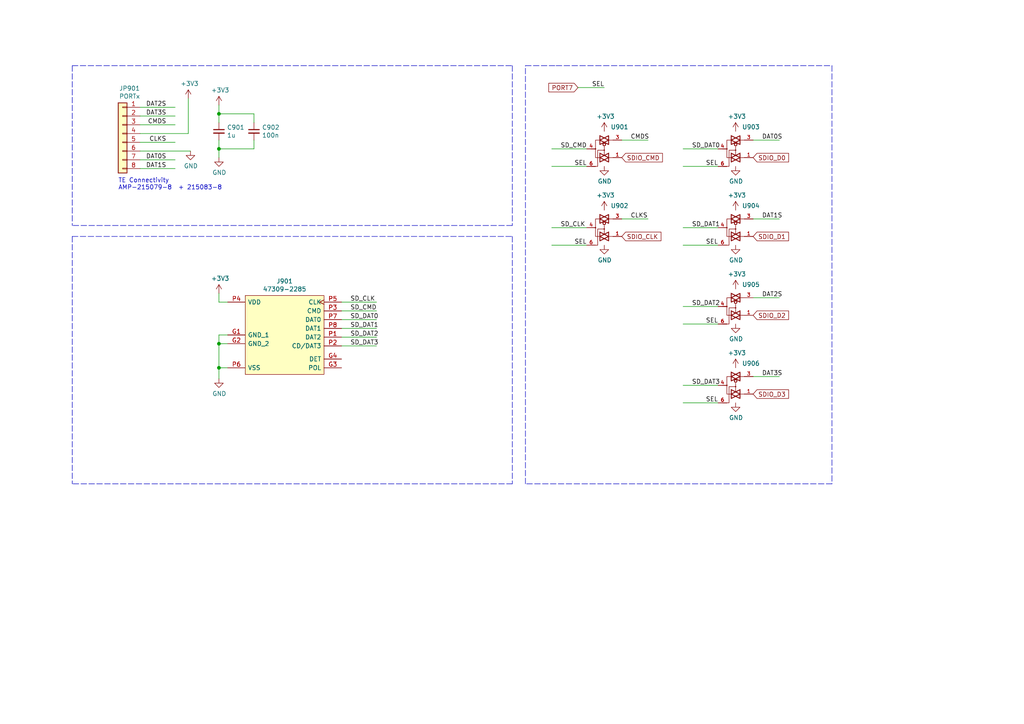
<source format=kicad_sch>
(kicad_sch (version 20200608) (host eeschema "(5.99.0-1973-g8c57821e9)")
  (page 1 9)
  (paper "A4")
  (lib_symbols
    (symbol "47309-2285:47309-2285" (pin_names (offset 0.762))
      (property "Reference" "J" (at 29.21 7.62 0))
      (property "Value" "47309-2285" (at 29.21 5.08 0))
      (symbol "47309-2285_0_1"
        (polyline (pts (xy 5.08 2.54) (xy 27.94 2.54) (xy 27.94 -20.32) (xy 5.08 -20.32) (xy 5.08 2.54)) (stroke (width 0.152)) (fill (type background)))
      )
      (symbol "47309-2285_0_0"
        (pin passive line (at 0 -8.89 0) (length 5.08) (name "GND_1") (number "G1"))
        (pin passive line (at 0 -11.43 0) (length 5.08) (name "GND_2") (number "G2"))
        (pin passive line (at 33.02 -18.415 180) (length 5.08) (name "POL") (number "G3"))
        (pin passive line (at 33.02 -15.875 180) (length 5.08) (name "DET") (number "G4"))
        (pin passive line (at 33.02 -9.525 180) (length 5.08) (name "DAT2") (number "P1"))
        (pin passive line (at 33.02 -12.065 180) (length 5.08) (name "CD/DAT3") (number "P2"))
        (pin passive line (at 33.02 -1.905 180) (length 5.08) (name "CMD") (number "P3"))
        (pin passive line (at 0 0.635 0) (length 5.08) (name "VDD") (number "P4"))
        (pin passive clock (at 33.02 0.635 180) (length 5.08) (name "CLK") (number "P5"))
        (pin passive line (at 0 -18.415 0) (length 5.08) (name "VSS") (number "P6"))
        (pin passive line (at 33.02 -4.445 180) (length 5.08) (name "DAT0") (number "P7"))
        (pin passive line (at 33.02 -6.985 180) (length 5.08) (name "DAT1") (number "P8"))
      )
    )
    (symbol "74LVC1G3157:74LVC1G3157"
      (property "Reference" "U" (at -2.54 5.08 0))
      (property "Value" "74LVC1G3157" (at 0 -6.35 0))
      (symbol "74LVC1G3157_0_0"
        (circle (center -2.54 0) (radius 0.127))
        (circle (center 0 -0.381) (radius 0.127))
        (circle (center 0 1.27) (radius 0.381) (stroke (width 0.254)))
        (polyline (pts (xy -3.81 -5.08) (xy -2.54 -5.08)))
        (polyline (pts (xy -3.81 0) (xy -2.54 0)))
        (polyline (pts (xy 2.54 -2.54) (xy 1.27 -2.54)))
        (polyline (pts (xy 2.54 2.54) (xy 1.27 2.54)))
        (polyline (pts (xy 0 0.635) (xy 0 -0.381) (xy 0 -1.905)))
        (polyline (pts (xy -1.27 -2.54) (xy 0 -3.175) (xy -1.27 -3.81) (xy -1.27 -2.54)) (stroke (width 0.254)))
        (polyline (pts (xy -1.27 -1.27) (xy -1.27 -2.54) (xy 0 -1.905) (xy -1.27 -1.27)) (stroke (width 0.254)))
        (polyline (pts (xy -1.27 2.54) (xy 0 1.905) (xy -1.27 1.27) (xy -1.27 2.54)) (stroke (width 0.254)))
        (polyline (pts (xy -1.27 3.81) (xy 0 3.175) (xy -1.27 2.54) (xy -1.27 3.81)) (stroke (width 0.254)))
        (polyline (pts (xy 0 -0.381) (xy -1.905 -0.381) (xy -1.905 -5.08) (xy -2.54 -5.08)))
        (polyline (pts (xy 1.27 -2.54) (xy 0 -3.175) (xy 1.27 -3.81) (xy 1.27 -2.54)) (stroke (width 0.254)))
        (polyline (pts (xy 1.27 -1.27) (xy 1.27 -2.54) (xy 0 -1.905) (xy 1.27 -1.27)) (stroke (width 0.254)))
        (polyline (pts (xy 1.27 2.54) (xy 1.27 1.27) (xy 0 1.905) (xy 1.27 2.54)) (stroke (width 0.254)))
        (polyline (pts (xy 1.27 2.54) (xy 1.27 3.81) (xy 0 3.175) (xy 1.27 2.54)) (stroke (width 0.254)))
        (polyline (pts (xy -1.27 2.54) (xy -2.54 2.54) (xy -2.54 0) (xy -2.54 -2.54) (xy -1.27 -2.54)))
        (pin power_in line (at 0 -5.08 270) (length 0) hide (name "GND") (number "2"))
        (pin power_in line (at 0 5.08 90) (length 0) hide (name "VCC") (number "5"))
        (pin bidirectional line (at 5.08 2.54 180) (length 2.54) (name "~") (number "3"))
        (pin bidirectional line (at 5.08 -2.54 180) (length 2.54) (name "~") (number "1"))
        (pin bidirectional line (at -5.08 0 0) (length 2.54) (name "~") (number "4"))
        (pin input line (at -5.08 -5.08 0) (length 2.54) (name "~") (number "6"))
      )
    )
    (symbol "74LVC1G3157:74LVC1G3157_1"
      (property "Reference" "U" (at -2.54 5.08 0))
      (property "Value" "74LVC1G3157" (at 0 -6.35 0))
      (symbol "74LVC1G3157_1_0_0"
        (circle (center -2.54 0) (radius 0.127))
        (circle (center 0 -0.381) (radius 0.127))
        (circle (center 0 1.27) (radius 0.381) (stroke (width 0.254)))
        (polyline (pts (xy -3.81 -5.08) (xy -2.54 -5.08)))
        (polyline (pts (xy -3.81 0) (xy -2.54 0)))
        (polyline (pts (xy 2.54 -2.54) (xy 1.27 -2.54)))
        (polyline (pts (xy 2.54 2.54) (xy 1.27 2.54)))
        (polyline (pts (xy 0 0.635) (xy 0 -0.381) (xy 0 -1.905)))
        (polyline (pts (xy -1.27 -2.54) (xy 0 -3.175) (xy -1.27 -3.81) (xy -1.27 -2.54)) (stroke (width 0.254)))
        (polyline (pts (xy -1.27 -1.27) (xy -1.27 -2.54) (xy 0 -1.905) (xy -1.27 -1.27)) (stroke (width 0.254)))
        (polyline (pts (xy -1.27 2.54) (xy 0 1.905) (xy -1.27 1.27) (xy -1.27 2.54)) (stroke (width 0.254)))
        (polyline (pts (xy -1.27 3.81) (xy 0 3.175) (xy -1.27 2.54) (xy -1.27 3.81)) (stroke (width 0.254)))
        (polyline (pts (xy 0 -0.381) (xy -1.905 -0.381) (xy -1.905 -5.08) (xy -2.54 -5.08)))
        (polyline (pts (xy 1.27 -2.54) (xy 0 -3.175) (xy 1.27 -3.81) (xy 1.27 -2.54)) (stroke (width 0.254)))
        (polyline (pts (xy 1.27 -1.27) (xy 1.27 -2.54) (xy 0 -1.905) (xy 1.27 -1.27)) (stroke (width 0.254)))
        (polyline (pts (xy 1.27 2.54) (xy 1.27 1.27) (xy 0 1.905) (xy 1.27 2.54)) (stroke (width 0.254)))
        (polyline (pts (xy 1.27 2.54) (xy 1.27 3.81) (xy 0 3.175) (xy 1.27 2.54)) (stroke (width 0.254)))
        (polyline (pts (xy -1.27 2.54) (xy -2.54 2.54) (xy -2.54 0) (xy -2.54 -2.54) (xy -1.27 -2.54)))
        (pin power_in line (at 0 -5.08 270) (length 0) hide (name "GND") (number "2"))
        (pin power_in line (at 0 5.08 90) (length 0) hide (name "VCC") (number "5"))
        (pin bidirectional line (at 5.08 2.54 180) (length 2.54) (name "~") (number "3"))
        (pin bidirectional line (at 5.08 -2.54 180) (length 2.54) (name "~") (number "1"))
        (pin bidirectional line (at -5.08 0 0) (length 2.54) (name "~") (number "4"))
        (pin input line (at -5.08 -5.08 0) (length 2.54) (name "~") (number "6"))
      )
    )
    (symbol "74LVC1G3157:74LVC1G3157_2"
      (property "Reference" "U" (at -2.54 5.08 0))
      (property "Value" "74LVC1G3157" (at 0 -6.35 0))
      (symbol "74LVC1G3157_2_0_0"
        (circle (center -2.54 0) (radius 0.127))
        (circle (center 0 -0.381) (radius 0.127))
        (circle (center 0 1.27) (radius 0.381) (stroke (width 0.254)))
        (polyline (pts (xy -3.81 -5.08) (xy -2.54 -5.08)))
        (polyline (pts (xy -3.81 0) (xy -2.54 0)))
        (polyline (pts (xy 2.54 -2.54) (xy 1.27 -2.54)))
        (polyline (pts (xy 2.54 2.54) (xy 1.27 2.54)))
        (polyline (pts (xy 0 0.635) (xy 0 -0.381) (xy 0 -1.905)))
        (polyline (pts (xy -1.27 -2.54) (xy 0 -3.175) (xy -1.27 -3.81) (xy -1.27 -2.54)) (stroke (width 0.254)))
        (polyline (pts (xy -1.27 -1.27) (xy -1.27 -2.54) (xy 0 -1.905) (xy -1.27 -1.27)) (stroke (width 0.254)))
        (polyline (pts (xy -1.27 2.54) (xy 0 1.905) (xy -1.27 1.27) (xy -1.27 2.54)) (stroke (width 0.254)))
        (polyline (pts (xy -1.27 3.81) (xy 0 3.175) (xy -1.27 2.54) (xy -1.27 3.81)) (stroke (width 0.254)))
        (polyline (pts (xy 0 -0.381) (xy -1.905 -0.381) (xy -1.905 -5.08) (xy -2.54 -5.08)))
        (polyline (pts (xy 1.27 -2.54) (xy 0 -3.175) (xy 1.27 -3.81) (xy 1.27 -2.54)) (stroke (width 0.254)))
        (polyline (pts (xy 1.27 -1.27) (xy 1.27 -2.54) (xy 0 -1.905) (xy 1.27 -1.27)) (stroke (width 0.254)))
        (polyline (pts (xy 1.27 2.54) (xy 1.27 1.27) (xy 0 1.905) (xy 1.27 2.54)) (stroke (width 0.254)))
        (polyline (pts (xy 1.27 2.54) (xy 1.27 3.81) (xy 0 3.175) (xy 1.27 2.54)) (stroke (width 0.254)))
        (polyline (pts (xy -1.27 2.54) (xy -2.54 2.54) (xy -2.54 0) (xy -2.54 -2.54) (xy -1.27 -2.54)))
        (pin power_in line (at 0 -5.08 270) (length 0) hide (name "GND") (number "2"))
        (pin power_in line (at 0 5.08 90) (length 0) hide (name "VCC") (number "5"))
        (pin bidirectional line (at 5.08 2.54 180) (length 2.54) (name "~") (number "3"))
        (pin bidirectional line (at 5.08 -2.54 180) (length 2.54) (name "~") (number "1"))
        (pin bidirectional line (at -5.08 0 0) (length 2.54) (name "~") (number "4"))
        (pin input line (at -5.08 -5.08 0) (length 2.54) (name "~") (number "6"))
      )
    )
    (symbol "74LVC1G3157:74LVC1G3157_3"
      (property "Reference" "U" (at -2.54 5.08 0))
      (property "Value" "74LVC1G3157" (at 0 -6.35 0))
      (symbol "74LVC1G3157_3_0_0"
        (circle (center -2.54 0) (radius 0.127))
        (circle (center 0 -0.381) (radius 0.127))
        (circle (center 0 1.27) (radius 0.381) (stroke (width 0.254)))
        (polyline (pts (xy -3.81 -5.08) (xy -2.54 -5.08)))
        (polyline (pts (xy -3.81 0) (xy -2.54 0)))
        (polyline (pts (xy 2.54 -2.54) (xy 1.27 -2.54)))
        (polyline (pts (xy 2.54 2.54) (xy 1.27 2.54)))
        (polyline (pts (xy 0 0.635) (xy 0 -0.381) (xy 0 -1.905)))
        (polyline (pts (xy -1.27 -2.54) (xy 0 -3.175) (xy -1.27 -3.81) (xy -1.27 -2.54)) (stroke (width 0.254)))
        (polyline (pts (xy -1.27 -1.27) (xy -1.27 -2.54) (xy 0 -1.905) (xy -1.27 -1.27)) (stroke (width 0.254)))
        (polyline (pts (xy -1.27 2.54) (xy 0 1.905) (xy -1.27 1.27) (xy -1.27 2.54)) (stroke (width 0.254)))
        (polyline (pts (xy -1.27 3.81) (xy 0 3.175) (xy -1.27 2.54) (xy -1.27 3.81)) (stroke (width 0.254)))
        (polyline (pts (xy 0 -0.381) (xy -1.905 -0.381) (xy -1.905 -5.08) (xy -2.54 -5.08)))
        (polyline (pts (xy 1.27 -2.54) (xy 0 -3.175) (xy 1.27 -3.81) (xy 1.27 -2.54)) (stroke (width 0.254)))
        (polyline (pts (xy 1.27 -1.27) (xy 1.27 -2.54) (xy 0 -1.905) (xy 1.27 -1.27)) (stroke (width 0.254)))
        (polyline (pts (xy 1.27 2.54) (xy 1.27 1.27) (xy 0 1.905) (xy 1.27 2.54)) (stroke (width 0.254)))
        (polyline (pts (xy 1.27 2.54) (xy 1.27 3.81) (xy 0 3.175) (xy 1.27 2.54)) (stroke (width 0.254)))
        (polyline (pts (xy -1.27 2.54) (xy -2.54 2.54) (xy -2.54 0) (xy -2.54 -2.54) (xy -1.27 -2.54)))
        (pin power_in line (at 0 -5.08 270) (length 0) hide (name "GND") (number "2"))
        (pin power_in line (at 0 5.08 90) (length 0) hide (name "VCC") (number "5"))
        (pin bidirectional line (at 5.08 2.54 180) (length 2.54) (name "~") (number "3"))
        (pin bidirectional line (at 5.08 -2.54 180) (length 2.54) (name "~") (number "1"))
        (pin bidirectional line (at -5.08 0 0) (length 2.54) (name "~") (number "4"))
        (pin input line (at -5.08 -5.08 0) (length 2.54) (name "~") (number "6"))
      )
    )
    (symbol "74LVC1G3157:74LVC1G3157_4"
      (property "Reference" "U" (at -2.54 5.08 0))
      (property "Value" "74LVC1G3157" (at 0 -6.35 0))
      (symbol "74LVC1G3157_4_0_0"
        (circle (center -2.54 0) (radius 0.127))
        (circle (center 0 -0.381) (radius 0.127))
        (circle (center 0 1.27) (radius 0.381) (stroke (width 0.254)))
        (polyline (pts (xy -3.81 -5.08) (xy -2.54 -5.08)))
        (polyline (pts (xy -3.81 0) (xy -2.54 0)))
        (polyline (pts (xy 2.54 -2.54) (xy 1.27 -2.54)))
        (polyline (pts (xy 2.54 2.54) (xy 1.27 2.54)))
        (polyline (pts (xy 0 0.635) (xy 0 -0.381) (xy 0 -1.905)))
        (polyline (pts (xy -1.27 -2.54) (xy 0 -3.175) (xy -1.27 -3.81) (xy -1.27 -2.54)) (stroke (width 0.254)))
        (polyline (pts (xy -1.27 -1.27) (xy -1.27 -2.54) (xy 0 -1.905) (xy -1.27 -1.27)) (stroke (width 0.254)))
        (polyline (pts (xy -1.27 2.54) (xy 0 1.905) (xy -1.27 1.27) (xy -1.27 2.54)) (stroke (width 0.254)))
        (polyline (pts (xy -1.27 3.81) (xy 0 3.175) (xy -1.27 2.54) (xy -1.27 3.81)) (stroke (width 0.254)))
        (polyline (pts (xy 0 -0.381) (xy -1.905 -0.381) (xy -1.905 -5.08) (xy -2.54 -5.08)))
        (polyline (pts (xy 1.27 -2.54) (xy 0 -3.175) (xy 1.27 -3.81) (xy 1.27 -2.54)) (stroke (width 0.254)))
        (polyline (pts (xy 1.27 -1.27) (xy 1.27 -2.54) (xy 0 -1.905) (xy 1.27 -1.27)) (stroke (width 0.254)))
        (polyline (pts (xy 1.27 2.54) (xy 1.27 1.27) (xy 0 1.905) (xy 1.27 2.54)) (stroke (width 0.254)))
        (polyline (pts (xy 1.27 2.54) (xy 1.27 3.81) (xy 0 3.175) (xy 1.27 2.54)) (stroke (width 0.254)))
        (polyline (pts (xy -1.27 2.54) (xy -2.54 2.54) (xy -2.54 0) (xy -2.54 -2.54) (xy -1.27 -2.54)))
        (pin power_in line (at 0 -5.08 270) (length 0) hide (name "GND") (number "2"))
        (pin power_in line (at 0 5.08 90) (length 0) hide (name "VCC") (number "5"))
        (pin bidirectional line (at 5.08 2.54 180) (length 2.54) (name "~") (number "3"))
        (pin bidirectional line (at 5.08 -2.54 180) (length 2.54) (name "~") (number "1"))
        (pin bidirectional line (at -5.08 0 0) (length 2.54) (name "~") (number "4"))
        (pin input line (at -5.08 -5.08 0) (length 2.54) (name "~") (number "6"))
      )
    )
    (symbol "74LVC1G3157:74LVC1G3157_5"
      (property "Reference" "U" (at -2.54 5.08 0))
      (property "Value" "74LVC1G3157" (at 0 -6.35 0))
      (symbol "74LVC1G3157_5_0_0"
        (circle (center -2.54 0) (radius 0.127))
        (circle (center 0 -0.381) (radius 0.127))
        (circle (center 0 1.27) (radius 0.381) (stroke (width 0.254)))
        (polyline (pts (xy -3.81 -5.08) (xy -2.54 -5.08)))
        (polyline (pts (xy -3.81 0) (xy -2.54 0)))
        (polyline (pts (xy 2.54 -2.54) (xy 1.27 -2.54)))
        (polyline (pts (xy 2.54 2.54) (xy 1.27 2.54)))
        (polyline (pts (xy 0 0.635) (xy 0 -0.381) (xy 0 -1.905)))
        (polyline (pts (xy -1.27 -2.54) (xy 0 -3.175) (xy -1.27 -3.81) (xy -1.27 -2.54)) (stroke (width 0.254)))
        (polyline (pts (xy -1.27 -1.27) (xy -1.27 -2.54) (xy 0 -1.905) (xy -1.27 -1.27)) (stroke (width 0.254)))
        (polyline (pts (xy -1.27 2.54) (xy 0 1.905) (xy -1.27 1.27) (xy -1.27 2.54)) (stroke (width 0.254)))
        (polyline (pts (xy -1.27 3.81) (xy 0 3.175) (xy -1.27 2.54) (xy -1.27 3.81)) (stroke (width 0.254)))
        (polyline (pts (xy 0 -0.381) (xy -1.905 -0.381) (xy -1.905 -5.08) (xy -2.54 -5.08)))
        (polyline (pts (xy 1.27 -2.54) (xy 0 -3.175) (xy 1.27 -3.81) (xy 1.27 -2.54)) (stroke (width 0.254)))
        (polyline (pts (xy 1.27 -1.27) (xy 1.27 -2.54) (xy 0 -1.905) (xy 1.27 -1.27)) (stroke (width 0.254)))
        (polyline (pts (xy 1.27 2.54) (xy 1.27 1.27) (xy 0 1.905) (xy 1.27 2.54)) (stroke (width 0.254)))
        (polyline (pts (xy 1.27 2.54) (xy 1.27 3.81) (xy 0 3.175) (xy 1.27 2.54)) (stroke (width 0.254)))
        (polyline (pts (xy -1.27 2.54) (xy -2.54 2.54) (xy -2.54 0) (xy -2.54 -2.54) (xy -1.27 -2.54)))
        (pin power_in line (at 0 -5.08 270) (length 0) hide (name "GND") (number "2"))
        (pin power_in line (at 0 5.08 90) (length 0) hide (name "VCC") (number "5"))
        (pin bidirectional line (at 5.08 2.54 180) (length 2.54) (name "~") (number "3"))
        (pin bidirectional line (at 5.08 -2.54 180) (length 2.54) (name "~") (number "1"))
        (pin bidirectional line (at -5.08 0 0) (length 2.54) (name "~") (number "4"))
        (pin input line (at -5.08 -5.08 0) (length 2.54) (name "~") (number "6"))
      )
    )
    (symbol "Connector_Generic:Conn_01x08" (pin_names hide)
      (property "Reference" "J" (at 0 10.16 0))
      (property "Value" "Conn_01x08" (at 0 -12.7 0))
      (symbol "Conn_01x08_1_1"
        (rectangle (start -1.27 -4.953) (end 0 -5.207) (stroke (width 0.1524)))
        (rectangle (start -1.27 -7.493) (end 0 -7.747) (stroke (width 0.1524)))
        (rectangle (start -1.27 -10.033) (end 0 -10.287) (stroke (width 0.1524)))
        (rectangle (start -1.27 -2.413) (end 0 -2.667) (stroke (width 0.1524)))
        (rectangle (start -1.27 2.667) (end 0 2.413) (stroke (width 0.1524)))
        (rectangle (start -1.27 5.207) (end 0 4.953) (stroke (width 0.1524)))
        (rectangle (start -1.27 7.747) (end 0 7.493) (stroke (width 0.1524)))
        (rectangle (start -1.27 8.89) (end 1.27 -11.43) (stroke (width 0.254)) (fill (type background)))
        (rectangle (start -1.27 0.127) (end 0 -0.127) (stroke (width 0.1524)))
        (pin passive line (at -5.08 7.62 0) (length 3.81) (name "Pin_1") (number "1"))
        (pin passive line (at -5.08 5.08 0) (length 3.81) (name "Pin_2") (number "2"))
        (pin passive line (at -5.08 2.54 0) (length 3.81) (name "Pin_3") (number "3"))
        (pin passive line (at -5.08 0 0) (length 3.81) (name "Pin_4") (number "4"))
        (pin passive line (at -5.08 -2.54 0) (length 3.81) (name "Pin_5") (number "5"))
        (pin passive line (at -5.08 -5.08 0) (length 3.81) (name "Pin_6") (number "6"))
        (pin passive line (at -5.08 -7.62 0) (length 3.81) (name "Pin_7") (number "7"))
        (pin passive line (at -5.08 -10.16 0) (length 3.81) (name "Pin_8") (number "8"))
      )
    )
    (symbol "Device:C_Small_1" (pin_numbers hide) (pin_names (offset 0.254) hide)
      (property "Reference" "C" (at 0.254 1.778 0))
      (property "Value" "C_Small" (at 0.254 -2.032 0))
      (symbol "C_Small_1_0_1"
        (polyline (pts (xy -1.524 -0.508) (xy 1.524 -0.508)) (stroke (width 0.3302)))
        (polyline (pts (xy -1.524 0.508) (xy 1.524 0.508)) (stroke (width 0.3048)))
      )
      (symbol "C_Small_1_1_1"
        (pin passive line (at 0 2.54 270) (length 2.032) (name "~") (number "1"))
        (pin passive line (at 0 -2.54 90) (length 2.032) (name "~") (number "2"))
      )
    )
    (symbol "Device:C_Small_2" (pin_numbers hide) (pin_names (offset 0.254) hide)
      (property "Reference" "C" (at 0.254 1.778 0))
      (property "Value" "C_Small" (at 0.254 -2.032 0))
      (symbol "C_Small_2_0_1"
        (polyline (pts (xy -1.524 -0.508) (xy 1.524 -0.508)) (stroke (width 0.3302)))
        (polyline (pts (xy -1.524 0.508) (xy 1.524 0.508)) (stroke (width 0.3048)))
      )
      (symbol "C_Small_2_1_1"
        (pin passive line (at 0 2.54 270) (length 2.032) (name "~") (number "1"))
        (pin passive line (at 0 -2.54 90) (length 2.032) (name "~") (number "2"))
      )
    )
    (symbol "power:+3V3" (power) (pin_names (offset 0))
      (property "Value" "+3V3" (at 0 3.556 0))
      (symbol "+3V3_0_1"
        (polyline (pts (xy -0.762 1.27) (xy 0 2.54)))
        (polyline (pts (xy 0 0) (xy 0 2.54)))
        (polyline (pts (xy 0 2.54) (xy 0.762 1.27)))
      )
      (symbol "+3V3_1_1"
        (pin power_in line (at 0 0 90) (length 0) hide (name "+3V3") (number "1"))
      )
    )
    (symbol "power:GND" (power) (pin_names (offset 0))
      (property "Value" "GND" (at 0 -3.81 0))
      (symbol "GND_0_1"
        (polyline (pts (xy 0 0) (xy 0 -1.27) (xy 1.27 -1.27) (xy 0 -2.54) (xy -1.27 -1.27) (xy 0 -1.27)))
      )
      (symbol "GND_1_1"
        (pin power_in line (at 0 0 270) (length 0) hide (name "GND") (number "1"))
      )
    )
  )
  (junction (at 63.5 33.02))
  (junction (at 63.5 43.18))
  (junction (at 63.5 99.695))
  (junction (at 63.5 106.68))
  (wire (pts (xy 40.64 31.115) (xy 50.8 31.115)))
  (wire (pts (xy 40.64 33.655) (xy 50.8 33.655)))
  (wire (pts (xy 40.64 36.195) (xy 50.8 36.195)))
  (wire (pts (xy 40.64 41.275) (xy 50.8 41.275)))
  (wire (pts (xy 40.64 43.815) (xy 55.245 43.815)))
  (wire (pts (xy 40.64 46.355) (xy 50.8 46.355)))
  (wire (pts (xy 40.64 48.895) (xy 50.8 48.895)))
  (wire (pts (xy 54.61 28.575) (xy 54.61 38.735)))
  (wire (pts (xy 54.61 38.735) (xy 40.64 38.735)))
  (wire (pts (xy 63.5 30.48) (xy 63.5 33.02)))
  (wire (pts (xy 63.5 33.02) (xy 63.5 35.56)))
  (wire (pts (xy 63.5 40.64) (xy 63.5 43.18)))
  (wire (pts (xy 63.5 43.18) (xy 63.5 45.72)))
  (wire (pts (xy 63.5 85.09) (xy 63.5 87.63)))
  (wire (pts (xy 63.5 87.63) (xy 66.04 87.63)))
  (wire (pts (xy 63.5 97.155) (xy 66.04 97.155)))
  (wire (pts (xy 63.5 99.695) (xy 63.5 97.155)))
  (wire (pts (xy 63.5 99.695) (xy 66.04 99.695)))
  (wire (pts (xy 63.5 106.68) (xy 63.5 99.695)))
  (wire (pts (xy 63.5 106.68) (xy 66.04 106.68)))
  (wire (pts (xy 63.5 109.855) (xy 63.5 106.68)))
  (wire (pts (xy 73.66 33.02) (xy 63.5 33.02)))
  (wire (pts (xy 73.66 35.56) (xy 73.66 33.02)))
  (wire (pts (xy 73.66 40.64) (xy 73.66 43.18)))
  (wire (pts (xy 73.66 43.18) (xy 63.5 43.18)))
  (wire (pts (xy 99.06 87.63) (xy 109.22 87.63)))
  (wire (pts (xy 99.06 90.17) (xy 109.22 90.17)))
  (wire (pts (xy 99.06 92.71) (xy 109.22 92.71)))
  (wire (pts (xy 99.06 95.25) (xy 109.22 95.25)))
  (wire (pts (xy 99.06 97.79) (xy 109.22 97.79)))
  (wire (pts (xy 99.06 100.33) (xy 109.22 100.33)))
  (wire (pts (xy 160.02 43.18) (xy 170.18 43.18)))
  (wire (pts (xy 160.02 48.26) (xy 170.18 48.26)))
  (wire (pts (xy 160.02 66.04) (xy 170.18 66.04)))
  (wire (pts (xy 160.02 71.12) (xy 170.18 71.12)))
  (wire (pts (xy 167.64 25.4) (xy 175.26 25.4)))
  (wire (pts (xy 180.34 40.64) (xy 187.96 40.64)))
  (wire (pts (xy 180.34 63.5) (xy 187.96 63.5)))
  (wire (pts (xy 198.12 43.18) (xy 208.28 43.18)))
  (wire (pts (xy 198.12 48.26) (xy 208.28 48.26)))
  (wire (pts (xy 198.12 66.04) (xy 208.28 66.04)))
  (wire (pts (xy 198.12 71.12) (xy 208.28 71.12)))
  (wire (pts (xy 198.12 88.9) (xy 208.28 88.9)))
  (wire (pts (xy 198.12 93.98) (xy 208.28 93.98)))
  (wire (pts (xy 198.12 111.76) (xy 208.28 111.76)))
  (wire (pts (xy 198.12 116.84) (xy 208.28 116.84)))
  (wire (pts (xy 218.44 40.64) (xy 226.06 40.64)))
  (wire (pts (xy 218.44 63.5) (xy 226.06 63.5)))
  (wire (pts (xy 218.44 86.36) (xy 226.06 86.36)))
  (wire (pts (xy 218.44 109.22) (xy 226.06 109.22)))
  (polyline (pts (xy 20.955 19.05) (xy 20.955 65.405)) (stroke (width 0) (type dash)))
  (polyline (pts (xy 20.955 19.05) (xy 148.59 19.05)) (stroke (width 0) (type dash)))
  (polyline (pts (xy 20.955 68.58) (xy 20.955 140.335)) (stroke (width 0) (type dash)))
  (polyline (pts (xy 20.955 68.58) (xy 148.59 68.58)) (stroke (width 0) (type dash)))
  (polyline (pts (xy 148.59 19.05) (xy 148.59 65.405)) (stroke (width 0) (type dash)))
  (polyline (pts (xy 148.59 65.405) (xy 20.955 65.405)) (stroke (width 0) (type dash)))
  (polyline (pts (xy 148.59 68.58) (xy 148.59 140.335)) (stroke (width 0) (type dash)))
  (polyline (pts (xy 148.59 140.335) (xy 20.955 140.335)) (stroke (width 0) (type dash)))
  (polyline (pts (xy 152.4 19.05) (xy 161.29 19.05)) (stroke (width 0) (type dash)))
  (polyline (pts (xy 152.4 140.335) (xy 152.4 19.05)) (stroke (width 0) (type dash)))
  (polyline (pts (xy 161.29 19.05) (xy 241.3 19.05)) (stroke (width 0) (type dash)))
  (polyline (pts (xy 241.3 19.05) (xy 241.3 140.335)) (stroke (width 0) (type dash)))
  (polyline (pts (xy 241.3 140.335) (xy 152.4 140.335)) (stroke (width 0) (type dash)))
  (text "TE Connectivity\nAMP-215079-8  + 215083-8" (at 34.29 55.245 0) (effects (font (size 1.27 1.27)) (justify left bottom)))
  (label "DAT2S" (at 48.26 31.115 180))
  (label "DAT3S" (at 48.26 33.655 180))
  (label "CMDS" (at 48.26 36.195 180))
  (label "CLKS" (at 48.26 41.275 180))
  (label "DAT0S" (at 48.26 46.355 180))
  (label "DAT1S" (at 48.26 48.895 180))
  (label "SD_CLK" (at 101.6 87.63 0))
  (label "SD_CMD" (at 101.6 90.17 0))
  (label "SD_DAT0" (at 101.6 92.71 0))
  (label "SD_DAT1" (at 101.6 95.25 0))
  (label "SD_DAT2" (at 101.6 97.79 0))
  (label "SD_DAT3" (at 101.6 100.33 0))
  (label "SD_CMD" (at 162.56 43.18 0))
  (label "SD_CLK" (at 162.56 66.04 0))
  (label "SEL" (at 170.18 48.26 180))
  (label "SEL" (at 170.18 71.12 180))
  (label "SEL" (at 175.26 25.4 180))
  (label "CMDS" (at 182.88 40.64 0))
  (label "CLKS" (at 182.88 63.5 0))
  (label "SD_DAT0" (at 200.66 43.18 0))
  (label "SD_DAT1" (at 200.66 66.04 0))
  (label "SD_DAT2" (at 200.66 88.9 0))
  (label "SD_DAT3" (at 200.66 111.76 0))
  (label "SEL" (at 208.28 48.26 180))
  (label "SEL" (at 208.28 71.12 180))
  (label "SEL" (at 208.28 93.98 180))
  (label "SEL" (at 208.28 116.84 180))
  (label "DAT0S" (at 220.98 40.64 0))
  (label "DAT1S" (at 220.98 63.5 0))
  (label "DAT2S" (at 220.98 86.36 0))
  (label "DAT3S" (at 220.98 109.22 0))
  (global_label "PORT7" (shape input) (at 167.64 25.4 180))
  (global_label "SDIO_CMD" (shape input) (at 180.34 45.72 0))
  (global_label "SDIO_CLK" (shape input) (at 180.34 68.58 0))
  (global_label "SDIO_D0" (shape input) (at 218.44 45.72 0))
  (global_label "SDIO_D1" (shape input) (at 218.44 68.58 0))
  (global_label "SDIO_D2" (shape input) (at 218.44 91.44 0))
  (global_label "SDIO_D3" (shape input) (at 218.44 114.3 0))
  (symbol (lib_id "power:+3V3") (at 54.61 28.575 0) (unit 1)
    (property "Reference" "#PWR0901" (effects hide))
    (property "Value" "+3V3" (at 54.9783 24.2506 0))
  )
  (symbol (lib_id "power:+3V3") (at 63.5 30.48 0) (unit 1)
    (property "Reference" "#PWR0903" (effects hide))
    (property "Value" "+3V3" (at 63.8683 26.1556 0))
  )
  (symbol (lib_id "power:+3V3") (at 63.5 85.09 0) (unit 1)
    (property "Reference" "#PWR0905" (effects hide))
    (property "Value" "+3V3" (at 63.8683 80.7656 0))
  )
  (symbol (lib_id "power:+3V3") (at 175.26 38.1 0) (unit 1)
    (property "Reference" "#PWR0907" (effects hide))
    (property "Value" "+3V3" (at 175.6283 33.7756 0))
  )
  (symbol (lib_id "power:+3V3") (at 175.26 60.96 0) (unit 1)
    (property "Reference" "#PWR0909" (effects hide))
    (property "Value" "+3V3" (at 175.6283 56.6356 0))
  )
  (symbol (lib_id "power:+3V3") (at 213.36 38.1 0) (unit 1)
    (property "Reference" "#PWR0911" (effects hide))
    (property "Value" "+3V3" (at 213.7283 33.7756 0))
  )
  (symbol (lib_id "power:+3V3") (at 213.36 60.96 0) (unit 1)
    (property "Reference" "#PWR0913" (effects hide))
    (property "Value" "+3V3" (at 213.7283 56.6356 0))
  )
  (symbol (lib_id "power:+3V3") (at 213.36 83.82 0) (unit 1)
    (property "Reference" "#PWR0915" (effects hide))
    (property "Value" "+3V3" (at 213.7283 79.4956 0))
  )
  (symbol (lib_id "power:+3V3") (at 213.36 106.68 0) (unit 1)
    (property "Reference" "#PWR0917" (effects hide))
    (property "Value" "+3V3" (at 213.7283 102.3556 0))
  )
  (symbol (lib_id "power:GND") (at 55.245 43.815 0) (unit 1)
    (property "Reference" "#PWR0902" (effects hide))
    (property "Value" "GND" (at 55.3593 48.1394 0))
  )
  (symbol (lib_id "power:GND") (at 63.5 45.72 0) (unit 1)
    (property "Reference" "#PWR0904" (effects hide))
    (property "Value" "GND" (at 63.6143 50.0444 0))
  )
  (symbol (lib_id "power:GND") (at 63.5 109.855 0) (unit 1)
    (property "Reference" "#PWR0906" (effects hide))
    (property "Value" "GND" (at 63.6143 114.1794 0))
  )
  (symbol (lib_id "power:GND") (at 175.26 48.26 0) (unit 1)
    (property "Reference" "#PWR0908" (effects hide))
    (property "Value" "GND" (at 175.3743 52.5844 0))
  )
  (symbol (lib_id "power:GND") (at 175.26 71.12 0) (unit 1)
    (property "Reference" "#PWR0910" (effects hide))
    (property "Value" "GND" (at 175.3743 75.4444 0))
  )
  (symbol (lib_id "power:GND") (at 213.36 48.26 0) (unit 1)
    (property "Reference" "#PWR0912" (effects hide))
    (property "Value" "GND" (at 213.4743 52.5844 0))
  )
  (symbol (lib_id "power:GND") (at 213.36 71.12 0) (unit 1)
    (property "Reference" "#PWR0914" (effects hide))
    (property "Value" "GND" (at 213.4743 75.4444 0))
  )
  (symbol (lib_id "power:GND") (at 213.36 93.98 0) (unit 1)
    (property "Reference" "#PWR0916" (effects hide))
    (property "Value" "GND" (at 213.4743 98.3044 0))
  )
  (symbol (lib_id "power:GND") (at 213.36 116.84 0) (unit 1)
    (property "Reference" "#PWR0918" (effects hide))
    (property "Value" "GND" (at 213.4743 121.1644 0))
  )
  (symbol (lib_name "Device:C_Small_1") (lib_id "Device:C_Small") (at 63.5 38.1 0) (unit 1)
    (property "Reference" "C901" (at 65.8242 36.9506 0) (effects (justify left)))
    (property "Value" "1u" (at 65.8242 39.2493 0) (effects (justify left)))
    (property "Footprint" "Capacitor_SMD:C_0402_1005Metric" (effects hide))
    (property "LCSC Part#" "C52923" (effects hide))
  )
  (symbol (lib_name "Device:C_Small_2") (lib_id "Device:C_Small") (at 73.66 38.1 0) (unit 1)
    (property "Reference" "C902" (at 75.9842 36.9506 0) (effects (justify left)))
    (property "Value" "100n" (at 75.984 39.249 0) (effects (justify left)))
    (property "Footprint" "Capacitor_SMD:C_0402_1005Metric" (effects hide))
    (property "LCSC Part#" "C1525" (effects hide))
  )
  (symbol (lib_name "74LVC1G3157:74LVC1G3157_2") (lib_id "74LVC1G3157:74LVC1G3157") (at 175.26 43.18 0) (unit 1)
    (property "Reference" "U901" (at 179.705 36.83 0))
    (property "Value" "74LVC1G3157" (effects hide))
    (property "Footprint" "Package_TO_SOT_SMD:SOT-363_SC-70-6" (effects hide))
    (property "Datasheet" "https://www.ti.com/lit/ds/symlink/sn74lvc1g3157.pdf" (effects hide))
    (property "LCSC Part#" "C265126" (effects hide))
    (property "Rotation" "0" (effects hide))
  )
  (symbol (lib_id "74LVC1G3157:74LVC1G3157") (at 175.26 66.04 0) (unit 1)
    (property "Reference" "U902" (at 179.705 59.69 0))
    (property "Value" "74LVC1G3157" (effects hide))
    (property "Footprint" "Package_TO_SOT_SMD:SOT-363_SC-70-6" (effects hide))
    (property "Datasheet" "https://www.ti.com/lit/ds/symlink/sn74lvc1g3157.pdf" (effects hide))
    (property "LCSC Part#" "C265126" (effects hide))
    (property "Rotation" "0" (effects hide))
  )
  (symbol (lib_name "74LVC1G3157:74LVC1G3157_5") (lib_id "74LVC1G3157:74LVC1G3157") (at 213.36 43.18 0) (unit 1)
    (property "Reference" "U903" (at 217.805 36.83 0))
    (property "Value" "74LVC1G3157" (effects hide))
    (property "Footprint" "Package_TO_SOT_SMD:SOT-363_SC-70-6" (effects hide))
    (property "Datasheet" "https://www.ti.com/lit/ds/symlink/sn74lvc1g3157.pdf" (effects hide))
    (property "LCSC Part#" "C265126" (effects hide))
    (property "Rotation" "0" (effects hide))
  )
  (symbol (lib_name "74LVC1G3157:74LVC1G3157_4") (lib_id "74LVC1G3157:74LVC1G3157") (at 213.36 66.04 0) (unit 1)
    (property "Reference" "U904" (at 217.805 59.69 0))
    (property "Value" "74LVC1G3157" (effects hide))
    (property "Footprint" "Package_TO_SOT_SMD:SOT-363_SC-70-6" (effects hide))
    (property "Datasheet" "https://www.ti.com/lit/ds/symlink/sn74lvc1g3157.pdf" (effects hide))
    (property "LCSC Part#" "C265126" (effects hide))
    (property "Rotation" "0" (effects hide))
  )
  (symbol (lib_name "74LVC1G3157:74LVC1G3157_3") (lib_id "74LVC1G3157:74LVC1G3157") (at 213.36 88.9 0) (unit 1)
    (property "Reference" "U905" (at 217.805 82.55 0))
    (property "Value" "74LVC1G3157" (effects hide))
    (property "Footprint" "Package_TO_SOT_SMD:SOT-363_SC-70-6" (effects hide))
    (property "Datasheet" "https://www.ti.com/lit/ds/symlink/sn74lvc1g3157.pdf" (effects hide))
    (property "LCSC Part#" "C265126" (effects hide))
    (property "Rotation" "0" (effects hide))
  )
  (symbol (lib_name "74LVC1G3157:74LVC1G3157_1") (lib_id "74LVC1G3157:74LVC1G3157") (at 213.36 111.76 0) (unit 1)
    (property "Reference" "U906" (at 217.805 105.41 0))
    (property "Value" "74LVC1G3157" (effects hide))
    (property "Footprint" "Package_TO_SOT_SMD:SOT-363_SC-70-6" (effects hide))
    (property "Datasheet" "https://www.ti.com/lit/ds/symlink/sn74lvc1g3157.pdf" (effects hide))
    (property "LCSC Part#" "C265126" (effects hide))
    (property "Rotation" "0" (effects hide))
  )
  (symbol (lib_id "Connector_Generic:Conn_01x08") (at 35.56 38.735 0) (mirror y) (unit 1)
    (property "Reference" "JP901" (at 37.592 25.635 0))
    (property "Value" "PORTx" (at 37.592 27.9335 0))
    (property "Footprint" "footprints:ConnectorMicromatch-8" (effects hide))
    (property "TME Part#" "MM2x5" (effects hide))
    (property "Mechanical" "T" (effects hide))
  )
  (symbol (lib_id "47309-2285:47309-2285") (at 66.04 88.265 0) (unit 1)
    (property "Reference" "J901" (at 82.55 81.566 0))
    (property "Value" "47309-2285" (at 82.55 83.8645 0))
    (property "Footprint" "footprints:47309-2285" (effects hide))
    (property "Datasheet" "https://www.molex.com/pdm_docs/sd/473092285_sd.pdf" (effects hide))
    (property "Mouser Part#" "538-47309-2285" (effects hide))
    (property "Mechanical" "T" (effects hide))
  )
)
</source>
